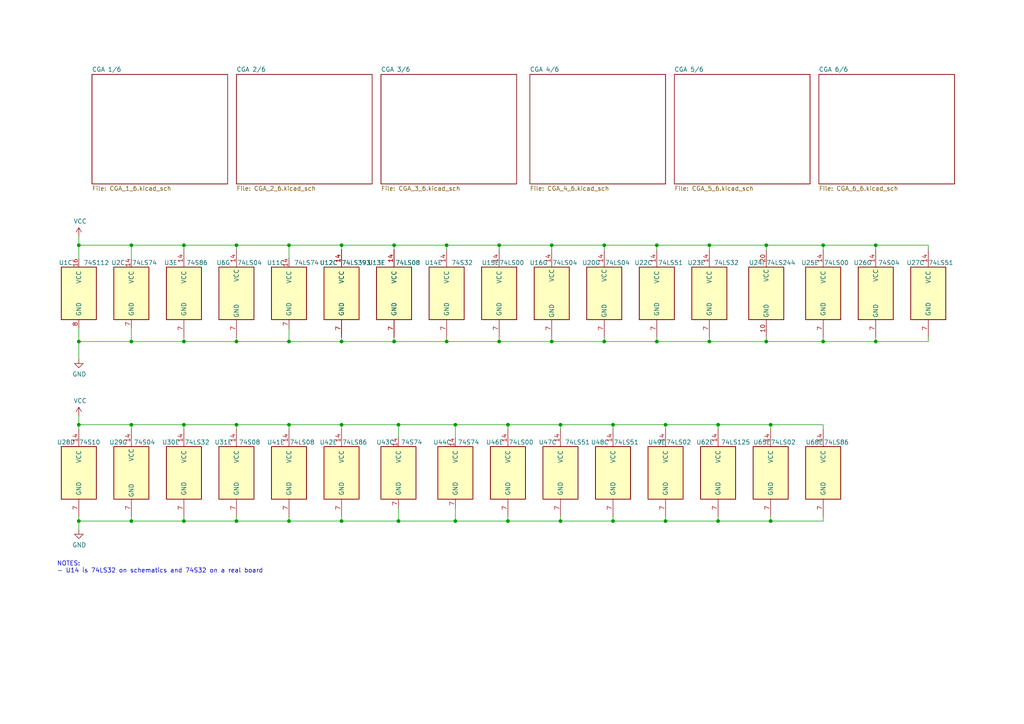
<source format=kicad_sch>
(kicad_sch (version 20230121) (generator eeschema)
  (paper "A4")
  (lib_symbols
    (symbol "74xx:74LS00" (pin_names (offset 1.016))
      (property "Reference" "U" (at 0 1.27 0))
      (property "Value" "74LS00" (at 0 -1.27 0))
      (symbol "74LS00_1_1"
        (pin input line (at -7.62 2.54 0) (length 3.81) (name "~") (number "1"))
        (pin input line (at -7.62 -2.54 0) (length 3.81) (name "~") (number "2"))
        (pin output inverted (at 7.62 0 180) (length 3.81) (name "~") (number "3"))
      )
      (symbol "74LS00_1_2"
        (pin input inverted (at -7.62 2.54 0) (length 4.318) (name "~") (number "1"))
        (pin input inverted (at -7.62 -2.54 0) (length 4.318) (name "~") (number "2"))
        (pin output line (at 7.62 0 180) (length 3.81) (name "~") (number "3"))
      )
      (symbol "74LS00_2_1"
        (pin input line (at -7.62 2.54 0) (length 3.81) (name "~") (number "4"))
        (pin input line (at -7.62 -2.54 0) (length 3.81) (name "~") (number "5"))
        (pin output inverted (at 7.62 0 180) (length 3.81) (name "~") (number "6"))
      )
      (symbol "74LS00_2_2"
        (pin input inverted (at -7.62 2.54 0) (length 4.318) (name "~") (number "4"))
        (pin input inverted (at -7.62 -2.54 0) (length 4.318) (name "~") (number "5"))
        (pin output line (at 7.62 0 180) (length 3.81) (name "~") (number "6"))
      )
      (symbol "74LS00_3_1"
        (pin input line (at -7.62 -2.54 0) (length 3.81) (name "~") (number "10"))
        (pin output inverted (at 7.62 0 180) (length 3.81) (name "~") (number "8"))
        (pin input line (at -7.62 2.54 0) (length 3.81) (name "~") (number "9"))
      )
      (symbol "74LS00_3_2"
        (pin input inverted (at -7.62 -2.54 0) (length 4.318) (name "~") (number "10"))
        (pin output line (at 7.62 0 180) (length 3.81) (name "~") (number "8"))
        (pin input inverted (at -7.62 2.54 0) (length 4.318) (name "~") (number "9"))
      )
      (symbol "74LS00_4_1"
        (pin output inverted (at 7.62 0 180) (length 3.81) (name "~") (number "11"))
        (pin input line (at -7.62 2.54 0) (length 3.81) (name "~") (number "12"))
        (pin input line (at -7.62 -2.54 0) (length 3.81) (name "~") (number "13"))
      )
      (symbol "74LS00_4_2"
        (pin output line (at 7.62 0 180) (length 3.81) (name "~") (number "11"))
        (pin input inverted (at -7.62 2.54 0) (length 4.318) (name "~") (number "12"))
        (pin input inverted (at -7.62 -2.54 0) (length 4.318) (name "~") (number "13"))
      )
      (symbol "74LS00_5_0"
        (pin power_in line (at 0 12.7 270) (length 5.08) (name "VCC") (number "14"))
        (pin power_in line (at 0 -12.7 90) (length 5.08) (name "GND") (number "7"))
      )
    )
    (symbol "74xx:74LS02" (pin_names (offset 1.016))
      (property "Reference" "U" (at 0 1.27 0))
      (property "Value" "74LS02" (at 0 -1.27 0))
      (symbol "74LS02_1_1"
        (pin output inverted (at 7.62 0 180) (length 3.81) (name "~") (number "1"))
        (pin input line (at -7.62 2.54 0) (length 4.318) (name "~") (number "2"))
        (pin input line (at -7.62 -2.54 0) (length 4.318) (name "~") (number "3"))
      )
      (symbol "74LS02_1_2"
        (pin output line (at 7.62 0 180) (length 3.81) (name "~") (number "1"))
        (pin input inverted (at -7.62 2.54 0) (length 3.81) (name "~") (number "2"))
        (pin input inverted (at -7.62 -2.54 0) (length 3.81) (name "~") (number "3"))
      )
      (symbol "74LS02_2_1"
        (pin output inverted (at 7.62 0 180) (length 3.81) (name "~") (number "4"))
        (pin input line (at -7.62 2.54 0) (length 4.318) (name "~") (number "5"))
        (pin input line (at -7.62 -2.54 0) (length 4.318) (name "~") (number "6"))
      )
      (symbol "74LS02_2_2"
        (pin output line (at 7.62 0 180) (length 3.81) (name "~") (number "4"))
        (pin input inverted (at -7.62 2.54 0) (length 3.81) (name "~") (number "5"))
        (pin input inverted (at -7.62 -2.54 0) (length 3.81) (name "~") (number "6"))
      )
      (symbol "74LS02_3_1"
        (pin output inverted (at 7.62 0 180) (length 3.81) (name "~") (number "10"))
        (pin input line (at -7.62 2.54 0) (length 4.318) (name "~") (number "8"))
        (pin input line (at -7.62 -2.54 0) (length 4.318) (name "~") (number "9"))
      )
      (symbol "74LS02_3_2"
        (pin output line (at 7.62 0 180) (length 3.81) (name "~") (number "10"))
        (pin input inverted (at -7.62 2.54 0) (length 3.81) (name "~") (number "8"))
        (pin input inverted (at -7.62 -2.54 0) (length 3.81) (name "~") (number "9"))
      )
      (symbol "74LS02_4_1"
        (pin input line (at -7.62 2.54 0) (length 4.318) (name "~") (number "11"))
        (pin input line (at -7.62 -2.54 0) (length 4.318) (name "~") (number "12"))
        (pin output inverted (at 7.62 0 180) (length 3.81) (name "~") (number "13"))
      )
      (symbol "74LS02_4_2"
        (pin input inverted (at -7.62 2.54 0) (length 3.81) (name "~") (number "11"))
        (pin input inverted (at -7.62 -2.54 0) (length 3.81) (name "~") (number "12"))
        (pin output line (at 7.62 0 180) (length 3.81) (name "~") (number "13"))
      )
      (symbol "74LS02_5_0"
        (pin power_in line (at 0 12.7 270) (length 5.08) (name "VCC") (number "14"))
        (pin power_in line (at 0 -12.7 90) (length 5.08) (name "GND") (number "7"))
      )
    )
    (symbol "74xx:74LS04"
      (property "Reference" "U" (at 0 1.27 0))
      (property "Value" "74LS04" (at 0 -1.27 0))
      (symbol "74LS04_1_0"
        (pin input line (at -7.62 0 0) (length 3.81) (name "~") (number "1"))
        (pin output inverted (at 7.62 0 180) (length 3.81) (name "~") (number "2"))
      )
      (symbol "74LS04_2_0"
        (pin input line (at -7.62 0 0) (length 3.81) (name "~") (number "3"))
        (pin output inverted (at 7.62 0 180) (length 3.81) (name "~") (number "4"))
      )
      (symbol "74LS04_3_0"
        (pin input line (at -7.62 0 0) (length 3.81) (name "~") (number "5"))
        (pin output inverted (at 7.62 0 180) (length 3.81) (name "~") (number "6"))
      )
      (symbol "74LS04_4_0"
        (pin output inverted (at 7.62 0 180) (length 3.81) (name "~") (number "8"))
        (pin input line (at -7.62 0 0) (length 3.81) (name "~") (number "9"))
      )
      (symbol "74LS04_5_0"
        (pin output inverted (at 7.62 0 180) (length 3.81) (name "~") (number "10"))
        (pin input line (at -7.62 0 0) (length 3.81) (name "~") (number "11"))
      )
      (symbol "74LS04_6_0"
        (pin output inverted (at 7.62 0 180) (length 3.81) (name "~") (number "12"))
        (pin input line (at -7.62 0 0) (length 3.81) (name "~") (number "13"))
      )
      (symbol "74LS04_7_0"
        (pin power_in line (at 0 12.7 270) (length 5.08) (name "VCC") (number "14"))
        (pin power_in line (at 0 -12.7 90) (length 5.08) (name "GND") (number "7"))
      )
    )
    (symbol "74xx:74LS08" (pin_names (offset 1.016))
      (property "Reference" "U" (at 0 1.27 0))
      (property "Value" "74LS08" (at 0 -1.27 0))
      (symbol "74LS08_1_1"
        (pin input line (at -7.62 2.54 0) (length 3.81) (name "~") (number "1"))
        (pin input line (at -7.62 -2.54 0) (length 3.81) (name "~") (number "2"))
        (pin output line (at 7.62 0 180) (length 3.81) (name "~") (number "3"))
      )
      (symbol "74LS08_1_2"
        (pin input inverted (at -7.62 2.54 0) (length 4.318) (name "~") (number "1"))
        (pin input inverted (at -7.62 -2.54 0) (length 4.318) (name "~") (number "2"))
        (pin output inverted (at 7.62 0 180) (length 3.81) (name "~") (number "3"))
      )
      (symbol "74LS08_2_1"
        (pin input line (at -7.62 2.54 0) (length 3.81) (name "~") (number "4"))
        (pin input line (at -7.62 -2.54 0) (length 3.81) (name "~") (number "5"))
        (pin output line (at 7.62 0 180) (length 3.81) (name "~") (number "6"))
      )
      (symbol "74LS08_2_2"
        (pin input inverted (at -7.62 2.54 0) (length 4.318) (name "~") (number "4"))
        (pin input inverted (at -7.62 -2.54 0) (length 4.318) (name "~") (number "5"))
        (pin output inverted (at 7.62 0 180) (length 3.81) (name "~") (number "6"))
      )
      (symbol "74LS08_3_1"
        (pin input line (at -7.62 -2.54 0) (length 3.81) (name "~") (number "10"))
        (pin output line (at 7.62 0 180) (length 3.81) (name "~") (number "8"))
        (pin input line (at -7.62 2.54 0) (length 3.81) (name "~") (number "9"))
      )
      (symbol "74LS08_3_2"
        (pin input inverted (at -7.62 -2.54 0) (length 4.318) (name "~") (number "10"))
        (pin output inverted (at 7.62 0 180) (length 3.81) (name "~") (number "8"))
        (pin input inverted (at -7.62 2.54 0) (length 4.318) (name "~") (number "9"))
      )
      (symbol "74LS08_4_1"
        (pin output line (at 7.62 0 180) (length 3.81) (name "~") (number "11"))
        (pin input line (at -7.62 2.54 0) (length 3.81) (name "~") (number "12"))
        (pin input line (at -7.62 -2.54 0) (length 3.81) (name "~") (number "13"))
      )
      (symbol "74LS08_4_2"
        (pin output inverted (at 7.62 0 180) (length 3.81) (name "~") (number "11"))
        (pin input inverted (at -7.62 2.54 0) (length 4.318) (name "~") (number "12"))
        (pin input inverted (at -7.62 -2.54 0) (length 4.318) (name "~") (number "13"))
      )
      (symbol "74LS08_5_0"
        (pin power_in line (at 0 12.7 270) (length 5.08) (name "VCC") (number "14"))
        (pin power_in line (at 0 -12.7 90) (length 5.08) (name "GND") (number "7"))
      )
    )
    (symbol "74xx:74LS10" (pin_names (offset 1.016))
      (property "Reference" "U" (at 0 1.27 0))
      (property "Value" "74LS10" (at 0 -1.27 0))
      (symbol "74LS10_1_1"
        (pin input line (at -7.62 2.54 0) (length 3.81) (name "~") (number "1"))
        (pin output inverted (at 7.62 0 180) (length 3.81) (name "~") (number "12"))
        (pin input line (at -7.62 -2.54 0) (length 3.81) (name "~") (number "13"))
        (pin input line (at -7.62 0 0) (length 3.81) (name "~") (number "2"))
      )
      (symbol "74LS10_1_2"
        (pin input inverted (at -7.62 2.54 0) (length 4.318) (name "~") (number "1"))
        (pin output line (at 7.62 0 180) (length 3.81) (name "~") (number "12"))
        (pin input inverted (at -7.62 -2.54 0) (length 4.318) (name "~") (number "13"))
        (pin input inverted (at -7.62 0 0) (length 4.953) (name "~") (number "2"))
      )
      (symbol "74LS10_2_1"
        (pin input line (at -7.62 2.54 0) (length 3.81) (name "~") (number "3"))
        (pin input line (at -7.62 0 0) (length 3.81) (name "~") (number "4"))
        (pin input line (at -7.62 -2.54 0) (length 3.81) (name "~") (number "5"))
        (pin output inverted (at 7.62 0 180) (length 3.81) (name "~") (number "6"))
      )
      (symbol "74LS10_2_2"
        (pin input inverted (at -7.62 2.54 0) (length 4.318) (name "~") (number "3"))
        (pin input inverted (at -7.62 0 0) (length 4.953) (name "~") (number "4"))
        (pin input inverted (at -7.62 -2.54 0) (length 4.318) (name "~") (number "5"))
        (pin output line (at 7.62 0 180) (length 3.81) (name "~") (number "6"))
      )
      (symbol "74LS10_3_1"
        (pin input line (at -7.62 0 0) (length 3.81) (name "~") (number "10"))
        (pin input line (at -7.62 -2.54 0) (length 3.81) (name "~") (number "11"))
        (pin output inverted (at 7.62 0 180) (length 3.81) (name "~") (number "8"))
        (pin input line (at -7.62 2.54 0) (length 3.81) (name "~") (number "9"))
      )
      (symbol "74LS10_3_2"
        (pin input inverted (at -7.62 0 0) (length 4.953) (name "~") (number "10"))
        (pin input inverted (at -7.62 -2.54 0) (length 4.318) (name "~") (number "11"))
        (pin output line (at 7.62 0 180) (length 3.81) (name "~") (number "8"))
        (pin input inverted (at -7.62 2.54 0) (length 4.318) (name "~") (number "9"))
      )
      (symbol "74LS10_4_0"
        (pin power_in line (at 0 12.7 270) (length 5.08) (name "VCC") (number "14"))
        (pin power_in line (at 0 -12.7 90) (length 5.08) (name "GND") (number "7"))
      )
    )
    (symbol "74xx:74LS112" (pin_names (offset 1.016))
      (property "Reference" "U" (at -7.62 8.89 0))
      (property "Value" "74LS112" (at -7.62 -8.89 0))
      (symbol "74LS112_1_0"
        (pin input clock (at -7.62 0 0) (length 2.54) (name "C") (number "1"))
        (pin input line (at 0 -7.62 90) (length 2.54) (name "~{R}") (number "15"))
        (pin input line (at -7.62 -2.54 0) (length 2.54) (name "K") (number "2"))
        (pin input line (at -7.62 2.54 0) (length 2.54) (name "J") (number "3"))
        (pin input line (at 0 7.62 270) (length 2.54) (name "~{S}") (number "4"))
        (pin output line (at 7.62 2.54 180) (length 2.54) (name "Q") (number "5"))
        (pin output line (at 7.62 -2.54 180) (length 2.54) (name "~{Q}") (number "6"))
      )
      (symbol "74LS112_2_0"
        (pin input line (at 0 7.62 270) (length 2.54) (name "~{S}") (number "10"))
        (pin input line (at -7.62 2.54 0) (length 2.54) (name "J") (number "11"))
        (pin input line (at -7.62 -2.54 0) (length 2.54) (name "K") (number "12"))
        (pin input clock (at -7.62 0 0) (length 2.54) (name "C") (number "13"))
        (pin input line (at 0 -7.62 90) (length 2.54) (name "~{R}") (number "14"))
        (pin output line (at 7.62 -2.54 180) (length 2.54) (name "~{Q}") (number "7"))
        (pin output line (at 7.62 2.54 180) (length 2.54) (name "Q") (number "9"))
      )
      (symbol "74LS112_3_0"
        (pin power_in line (at 0 10.16 270) (length 2.54) (name "VCC") (number "16"))
        (pin power_in line (at 0 -10.16 90) (length 2.54) (name "GND") (number "8"))
      )
    )
    (symbol "74xx:74LS125" (pin_names (offset 1.016))
      (property "Reference" "U" (at 0 1.27 0))
      (property "Value" "74LS125" (at 0 -1.27 0))
      (symbol "74LS125_1_0"
        (pin input inverted (at 0 -6.35 90) (length 4.445) (name "~") (number "1"))
        (pin input line (at -7.62 0 0) (length 3.81) (name "~") (number "2"))
        (pin tri_state line (at 7.62 0 180) (length 3.81) (name "~") (number "3"))
      )
      (symbol "74LS125_2_0"
        (pin input inverted (at 0 -6.35 90) (length 4.445) (name "~") (number "4"))
        (pin input line (at -7.62 0 0) (length 3.81) (name "~") (number "5"))
        (pin tri_state line (at 7.62 0 180) (length 3.81) (name "~") (number "6"))
      )
      (symbol "74LS125_3_0"
        (pin input inverted (at 0 -6.35 90) (length 4.445) (name "~") (number "10"))
        (pin tri_state line (at 7.62 0 180) (length 3.81) (name "~") (number "8"))
        (pin input line (at -7.62 0 0) (length 3.81) (name "~") (number "9"))
      )
      (symbol "74LS125_4_0"
        (pin tri_state line (at 7.62 0 180) (length 3.81) (name "~") (number "11"))
        (pin input line (at -7.62 0 0) (length 3.81) (name "~") (number "12"))
        (pin input inverted (at 0 -6.35 90) (length 4.445) (name "~") (number "13"))
      )
      (symbol "74LS125_5_0"
        (pin power_in line (at 0 12.7 270) (length 5.08) (name "VCC") (number "14"))
        (pin power_in line (at 0 -12.7 90) (length 5.08) (name "GND") (number "7"))
      )
    )
    (symbol "74xx:74LS244_Split"
      (property "Reference" "U" (at 0 1.27 0))
      (property "Value" "74LS244_Split" (at 0 -1.27 0))
      (symbol "74LS244_Split_1_0"
        (pin input inverted (at 0 -6.35 90) (length 4.445) (name "~") (number "1"))
        (pin tri_state line (at 7.62 0 180) (length 3.81) (name "~") (number "18"))
        (pin input line (at -7.62 0 0) (length 3.81) (name "~") (number "2"))
      )
      (symbol "74LS244_Split_2_0"
        (pin tri_state line (at 7.62 0 180) (length 3.81) (name "~") (number "16"))
        (pin input line (at -7.62 0 0) (length 3.81) (name "~") (number "4"))
      )
      (symbol "74LS244_Split_3_0"
        (pin tri_state line (at 7.62 0 180) (length 3.81) (name "~") (number "14"))
        (pin input line (at -7.62 0 0) (length 3.81) (name "~") (number "6"))
      )
      (symbol "74LS244_Split_4_0"
        (pin tri_state line (at 7.62 0 180) (length 3.81) (name "~") (number "12"))
        (pin input line (at -7.62 0 0) (length 3.81) (name "~") (number "8"))
      )
      (symbol "74LS244_Split_5_0"
        (pin input line (at -7.62 0 0) (length 3.81) (name "~") (number "11"))
        (pin input inverted (at 0 -6.35 90) (length 4.445) (name "~") (number "19"))
        (pin tri_state line (at 7.62 0 180) (length 3.81) (name "~") (number "9"))
      )
      (symbol "74LS244_Split_6_0"
        (pin input line (at -7.62 0 0) (length 3.81) (name "~") (number "13"))
        (pin tri_state line (at 7.62 0 180) (length 3.81) (name "~") (number "7"))
      )
      (symbol "74LS244_Split_7_0"
        (pin input line (at -7.62 0 0) (length 3.81) (name "~") (number "15"))
        (pin tri_state line (at 7.62 0 180) (length 3.81) (name "~") (number "5"))
      )
      (symbol "74LS244_Split_8_0"
        (pin input line (at -7.62 0 0) (length 3.81) (name "~") (number "17"))
        (pin tri_state line (at 7.62 0 180) (length 3.81) (name "~") (number "3"))
      )
      (symbol "74LS244_Split_9_0"
        (pin power_in line (at 0 -12.7 90) (length 5.08) (name "GND") (number "10"))
        (pin power_in line (at 0 12.7 270) (length 5.08) (name "VCC") (number "20"))
      )
    )
    (symbol "74xx:74LS32" (pin_names (offset 1.016))
      (property "Reference" "U" (at 0 1.27 0))
      (property "Value" "74LS32" (at 0 -1.27 0))
      (symbol "74LS32_1_1"
        (pin input line (at -7.62 2.54 0) (length 4.318) (name "~") (number "1"))
        (pin input line (at -7.62 -2.54 0) (length 4.318) (name "~") (number "2"))
        (pin output line (at 7.62 0 180) (length 3.81) (name "~") (number "3"))
      )
      (symbol "74LS32_1_2"
        (pin input inverted (at -7.62 2.54 0) (length 3.81) (name "~") (number "1"))
        (pin input inverted (at -7.62 -2.54 0) (length 3.81) (name "~") (number "2"))
        (pin output inverted (at 7.62 0 180) (length 3.81) (name "~") (number "3"))
      )
      (symbol "74LS32_2_1"
        (pin input line (at -7.62 2.54 0) (length 4.318) (name "~") (number "4"))
        (pin input line (at -7.62 -2.54 0) (length 4.318) (name "~") (number "5"))
        (pin output line (at 7.62 0 180) (length 3.81) (name "~") (number "6"))
      )
      (symbol "74LS32_2_2"
        (pin input inverted (at -7.62 2.54 0) (length 3.81) (name "~") (number "4"))
        (pin input inverted (at -7.62 -2.54 0) (length 3.81) (name "~") (number "5"))
        (pin output inverted (at 7.62 0 180) (length 3.81) (name "~") (number "6"))
      )
      (symbol "74LS32_3_1"
        (pin input line (at -7.62 -2.54 0) (length 4.318) (name "~") (number "10"))
        (pin output line (at 7.62 0 180) (length 3.81) (name "~") (number "8"))
        (pin input line (at -7.62 2.54 0) (length 4.318) (name "~") (number "9"))
      )
      (symbol "74LS32_3_2"
        (pin input inverted (at -7.62 -2.54 0) (length 3.81) (name "~") (number "10"))
        (pin output inverted (at 7.62 0 180) (length 3.81) (name "~") (number "8"))
        (pin input inverted (at -7.62 2.54 0) (length 3.81) (name "~") (number "9"))
      )
      (symbol "74LS32_4_1"
        (pin output line (at 7.62 0 180) (length 3.81) (name "~") (number "11"))
        (pin input line (at -7.62 2.54 0) (length 4.318) (name "~") (number "12"))
        (pin input line (at -7.62 -2.54 0) (length 4.318) (name "~") (number "13"))
      )
      (symbol "74LS32_4_2"
        (pin output inverted (at 7.62 0 180) (length 3.81) (name "~") (number "11"))
        (pin input inverted (at -7.62 2.54 0) (length 3.81) (name "~") (number "12"))
        (pin input inverted (at -7.62 -2.54 0) (length 3.81) (name "~") (number "13"))
      )
      (symbol "74LS32_5_0"
        (pin power_in line (at 0 12.7 270) (length 5.08) (name "VCC") (number "14"))
        (pin power_in line (at 0 -12.7 90) (length 5.08) (name "GND") (number "7"))
      )
    )
    (symbol "74xx:74LS393" (pin_names (offset 1.016))
      (property "Reference" "U" (at -7.62 8.89 0))
      (property "Value" "74LS393" (at -7.62 -8.89 0))
      (symbol "74LS393_1_0"
        (pin input clock (at -12.7 2.54 0) (length 5.08) (name "CP") (number "1"))
        (pin input line (at -12.7 -5.08 0) (length 5.08) (name "MR") (number "2"))
        (pin output line (at 12.7 2.54 180) (length 5.08) (name "Q0") (number "3"))
        (pin output line (at 12.7 0 180) (length 5.08) (name "Q1") (number "4"))
        (pin output line (at 12.7 -2.54 180) (length 5.08) (name "Q2") (number "5"))
        (pin output line (at 12.7 -5.08 180) (length 5.08) (name "Q3") (number "6"))
      )
      (symbol "74LS393_2_0"
        (pin output line (at 12.7 0 180) (length 5.08) (name "Q1") (number "10"))
        (pin output line (at 12.7 2.54 180) (length 5.08) (name "Q0") (number "11"))
        (pin input line (at -12.7 -5.08 0) (length 5.08) (name "MR") (number "12"))
        (pin input clock (at -12.7 2.54 0) (length 5.08) (name "CP") (number "13"))
        (pin output line (at 12.7 -5.08 180) (length 5.08) (name "Q3") (number "8"))
        (pin output line (at 12.7 -2.54 180) (length 5.08) (name "Q2") (number "9"))
      )
      (symbol "74LS393_3_0"
        (pin power_in line (at 0 12.7 270) (length 5.08) (name "VCC") (number "14"))
        (pin power_in line (at 0 -12.7 90) (length 5.08) (name "GND") (number "7"))
      )
    )
    (symbol "74xx:74LS51" (pin_names (offset 1.016))
      (property "Reference" "U" (at -7.62 10.16 0))
      (property "Value" "74LS51" (at -7.62 -10.16 0))
      (symbol "74LS51_1_0"
        (pin input line (at -12.7 7.62 0) (length 5.08) (name "~") (number "1"))
        (pin input line (at -12.7 -5.08 0) (length 5.08) (name "~") (number "10"))
        (pin input line (at -12.7 -7.62 0) (length 5.08) (name "~") (number "11"))
        (pin input line (at -12.7 5.08 0) (length 5.08) (name "~") (number "12"))
        (pin input line (at -12.7 2.54 0) (length 5.08) (name "~") (number "13"))
        (pin output line (at 12.7 0 180) (length 5.08) (name "~") (number "8"))
        (pin input line (at -12.7 -2.54 0) (length 5.08) (name "~") (number "9"))
      )
      (symbol "74LS51_2_0"
        (pin input line (at -12.7 7.62 0) (length 5.08) (name "~") (number "2"))
        (pin input line (at -12.7 2.54 0) (length 5.08) (name "~") (number "3"))
        (pin input line (at -12.7 -2.54 0) (length 5.08) (name "~") (number "4"))
        (pin input line (at -12.7 -7.62 0) (length 5.08) (name "~") (number "5"))
        (pin output line (at 12.7 0 180) (length 5.08) (name "~") (number "6"))
      )
      (symbol "74LS51_3_0"
        (pin power_in line (at 0 12.7 270) (length 5.08) (name "VCC") (number "14"))
        (pin power_in line (at 0 -12.7 90) (length 5.08) (name "GND") (number "7"))
      )
    )
    (symbol "74xx:74LS74" (pin_names (offset 1.016))
      (property "Reference" "U" (at -7.62 8.89 0))
      (property "Value" "74LS74" (at -7.62 -8.89 0))
      (symbol "74LS74_1_0"
        (pin input line (at 0 -7.62 90) (length 2.54) (name "~{R}") (number "1"))
        (pin input line (at -7.62 2.54 0) (length 2.54) (name "D") (number "2"))
        (pin input clock (at -7.62 0 0) (length 2.54) (name "C") (number "3"))
        (pin input line (at 0 7.62 270) (length 2.54) (name "~{S}") (number "4"))
        (pin output line (at 7.62 2.54 180) (length 2.54) (name "Q") (number "5"))
        (pin output line (at 7.62 -2.54 180) (length 2.54) (name "~{Q}") (number "6"))
      )
      (symbol "74LS74_2_0"
        (pin input line (at 0 7.62 270) (length 2.54) (name "~{S}") (number "10"))
        (pin input clock (at -7.62 0 0) (length 2.54) (name "C") (number "11"))
        (pin input line (at -7.62 2.54 0) (length 2.54) (name "D") (number "12"))
        (pin input line (at 0 -7.62 90) (length 2.54) (name "~{R}") (number "13"))
        (pin output line (at 7.62 -2.54 180) (length 2.54) (name "~{Q}") (number "8"))
        (pin output line (at 7.62 2.54 180) (length 2.54) (name "Q") (number "9"))
      )
      (symbol "74LS74_3_0"
        (pin power_in line (at 0 10.16 270) (length 2.54) (name "VCC") (number "14"))
        (pin power_in line (at 0 -10.16 90) (length 2.54) (name "GND") (number "7"))
      )
    )
    (symbol "74xx:74LS86" (pin_names (offset 1.016))
      (property "Reference" "U" (at 0 1.27 0))
      (property "Value" "74LS86" (at 0 -1.27 0))
      (symbol "74LS86_1_0"
        (pin input line (at -7.62 2.54 0) (length 4.445) (name "~") (number "1"))
        (pin input line (at -7.62 -2.54 0) (length 4.445) (name "~") (number "2"))
        (pin output line (at 7.62 0 180) (length 3.81) (name "~") (number "3"))
      )
      (symbol "74LS86_2_0"
        (pin input line (at -7.62 2.54 0) (length 4.445) (name "~") (number "4"))
        (pin input line (at -7.62 -2.54 0) (length 4.445) (name "~") (number "5"))
        (pin output line (at 7.62 0 180) (length 3.81) (name "~") (number "6"))
      )
      (symbol "74LS86_3_0"
        (pin input line (at -7.62 -2.54 0) (length 4.445) (name "~") (number "10"))
        (pin output line (at 7.62 0 180) (length 3.81) (name "~") (number "8"))
        (pin input line (at -7.62 2.54 0) (length 4.445) (name "~") (number "9"))
      )
      (symbol "74LS86_4_0"
        (pin output line (at 7.62 0 180) (length 3.81) (name "~") (number "11"))
        (pin input line (at -7.62 2.54 0) (length 4.445) (name "~") (number "12"))
        (pin input line (at -7.62 -2.54 0) (length 4.445) (name "~") (number "13"))
      )
      (symbol "74LS86_5_0"
        (pin power_in line (at 0 12.7 270) (length 5.08) (name "VCC") (number "14"))
        (pin power_in line (at 0 -12.7 90) (length 5.08) (name "GND") (number "7"))
      )
    )
    (symbol "power:GND" (power) (pin_names (offset 0))
      (property "Value" "GND" (at 0 -3.81 0))
      (symbol "GND_1_1"
        (pin power_in line (at 0 0 270) (length 0) hide (name "GND") (number "1"))
      )
    )
    (symbol "power:VCC" (power) (pin_names (offset 0))
      (property "Value" "VCC" (at 0 3.81 0))
      (symbol "VCC_1_1"
        (pin power_in line (at 0 0 90) (length 0) hide (name "VCC") (number "1"))
      )
    )
  )
  (junction (at 162.56 123.19))
  (junction (at 115.57 151.13))
  (junction (at 68.58 71.12))
  (junction (at 99.06 151.13))
  (junction (at 190.5 71.12))
  (junction (at 223.52 123.19))
  (junction (at 205.74 71.12))
  (junction (at 53.34 123.19))
  (junction (at 162.56 151.13))
  (junction (at 38.1 123.19))
  (junction (at 238.76 99.06))
  (junction (at 53.34 99.06))
  (junction (at 99.06 71.12))
  (junction (at 175.26 71.12))
  (junction (at 175.26 99.06))
  (junction (at 177.8 151.13))
  (junction (at 38.1 71.12))
  (junction (at 38.1 99.06))
  (junction (at 114.3 99.06))
  (junction (at 83.82 151.13))
  (junction (at 22.86 99.06))
  (junction (at 83.82 123.19))
  (junction (at 144.78 99.06))
  (junction (at 22.86 123.19))
  (junction (at 254 99.06))
  (junction (at 193.04 151.13))
  (junction (at 177.8 123.19))
  (junction (at 114.3 71.12))
  (junction (at 254 71.12))
  (junction (at 208.28 151.13))
  (junction (at 68.58 151.13))
  (junction (at 83.82 71.12))
  (junction (at 83.82 99.06))
  (junction (at 147.32 123.19))
  (junction (at 99.06 123.19))
  (junction (at 193.04 123.19))
  (junction (at 144.78 71.12))
  (junction (at 38.1 151.13))
  (junction (at 147.32 151.13))
  (junction (at 129.54 99.06))
  (junction (at 160.02 99.06))
  (junction (at 68.58 123.19))
  (junction (at 160.02 71.12))
  (junction (at 132.08 151.13))
  (junction (at 205.74 99.06))
  (junction (at 132.08 123.19))
  (junction (at 22.86 71.12))
  (junction (at 190.5 99.06))
  (junction (at 99.06 99.06))
  (junction (at 22.86 151.13))
  (junction (at 68.58 99.06))
  (junction (at 115.57 123.19))
  (junction (at 222.25 71.12))
  (junction (at 53.34 71.12))
  (junction (at 223.52 151.13))
  (junction (at 222.25 99.06))
  (junction (at 208.28 123.19))
  (junction (at 238.76 71.12))
  (junction (at 129.54 71.12))
  (junction (at 53.34 151.13))
  (wire (pts (xy 99.06 97.79) (xy 99.06 99.06)))
  (wire (pts (xy 208.28 123.19) (xy 208.28 124.46)))
  (wire (pts (xy 68.58 97.79) (xy 68.58 99.06)))
  (wire (pts (xy 205.74 97.79) (xy 205.74 99.06)))
  (wire (pts (xy 144.78 71.12) (xy 160.02 71.12)))
  (wire (pts (xy 162.56 149.86) (xy 162.56 151.13)))
  (wire (pts (xy 83.82 95.25) (xy 83.82 99.06)))
  (wire (pts (xy 177.8 123.19) (xy 177.8 124.46)))
  (wire (pts (xy 22.86 95.25) (xy 22.86 99.06)))
  (wire (pts (xy 68.58 99.06) (xy 83.82 99.06)))
  (wire (pts (xy 83.82 71.12) (xy 99.06 71.12)))
  (wire (pts (xy 38.1 123.19) (xy 53.34 123.19)))
  (wire (pts (xy 22.86 151.13) (xy 38.1 151.13)))
  (wire (pts (xy 147.32 123.19) (xy 147.32 124.46)))
  (wire (pts (xy 129.54 71.12) (xy 129.54 72.39)))
  (wire (pts (xy 177.8 123.19) (xy 193.04 123.19)))
  (wire (pts (xy 175.26 99.06) (xy 190.5 99.06)))
  (wire (pts (xy 238.76 97.79) (xy 238.76 99.06)))
  (wire (pts (xy 68.58 149.86) (xy 68.58 151.13)))
  (wire (pts (xy 99.06 99.06) (xy 114.3 99.06)))
  (wire (pts (xy 175.26 71.12) (xy 190.5 71.12)))
  (wire (pts (xy 222.25 71.12) (xy 238.76 71.12)))
  (wire (pts (xy 53.34 71.12) (xy 53.34 72.39)))
  (wire (pts (xy 190.5 97.79) (xy 190.5 99.06)))
  (wire (pts (xy 53.34 123.19) (xy 68.58 123.19)))
  (wire (pts (xy 144.78 97.79) (xy 144.78 99.06)))
  (wire (pts (xy 269.24 71.12) (xy 269.24 72.39)))
  (wire (pts (xy 162.56 151.13) (xy 177.8 151.13)))
  (wire (pts (xy 83.82 149.86) (xy 83.82 151.13)))
  (wire (pts (xy 222.25 71.12) (xy 222.25 72.39)))
  (wire (pts (xy 22.86 71.12) (xy 38.1 71.12)))
  (wire (pts (xy 115.57 147.32) (xy 115.57 151.13)))
  (wire (pts (xy 147.32 151.13) (xy 162.56 151.13)))
  (wire (pts (xy 83.82 123.19) (xy 99.06 123.19)))
  (wire (pts (xy 99.06 123.19) (xy 115.57 123.19)))
  (wire (pts (xy 99.06 149.86) (xy 99.06 151.13)))
  (wire (pts (xy 160.02 99.06) (xy 175.26 99.06)))
  (wire (pts (xy 99.06 151.13) (xy 115.57 151.13)))
  (wire (pts (xy 162.56 123.19) (xy 162.56 124.46)))
  (wire (pts (xy 132.08 147.32) (xy 132.08 151.13)))
  (wire (pts (xy 254 71.12) (xy 269.24 71.12)))
  (wire (pts (xy 99.06 123.19) (xy 99.06 124.46)))
  (wire (pts (xy 175.26 97.79) (xy 175.26 99.06)))
  (wire (pts (xy 22.86 71.12) (xy 22.86 74.93)))
  (wire (pts (xy 68.58 71.12) (xy 68.58 72.39)))
  (wire (pts (xy 254 99.06) (xy 269.24 99.06)))
  (wire (pts (xy 68.58 123.19) (xy 83.82 123.19)))
  (wire (pts (xy 208.28 123.19) (xy 223.52 123.19)))
  (wire (pts (xy 222.25 97.79) (xy 222.25 99.06)))
  (wire (pts (xy 22.86 123.19) (xy 22.86 124.46)))
  (wire (pts (xy 22.86 99.06) (xy 38.1 99.06)))
  (wire (pts (xy 22.86 99.06) (xy 22.86 104.14)))
  (wire (pts (xy 208.28 151.13) (xy 223.52 151.13)))
  (wire (pts (xy 144.78 99.06) (xy 160.02 99.06)))
  (wire (pts (xy 22.86 151.13) (xy 22.86 153.67)))
  (wire (pts (xy 223.52 151.13) (xy 238.76 151.13)))
  (wire (pts (xy 177.8 151.13) (xy 193.04 151.13)))
  (wire (pts (xy 38.1 151.13) (xy 53.34 151.13)))
  (wire (pts (xy 160.02 97.79) (xy 160.02 99.06)))
  (wire (pts (xy 83.82 123.19) (xy 83.82 124.46)))
  (wire (pts (xy 238.76 71.12) (xy 254 71.12)))
  (wire (pts (xy 190.5 71.12) (xy 205.74 71.12)))
  (wire (pts (xy 53.34 149.86) (xy 53.34 151.13)))
  (wire (pts (xy 193.04 123.19) (xy 193.04 124.46)))
  (wire (pts (xy 193.04 149.86) (xy 193.04 151.13)))
  (wire (pts (xy 238.76 99.06) (xy 254 99.06)))
  (wire (pts (xy 160.02 71.12) (xy 175.26 71.12)))
  (wire (pts (xy 190.5 99.06) (xy 205.74 99.06)))
  (wire (pts (xy 132.08 123.19) (xy 132.08 127)))
  (wire (pts (xy 238.76 123.19) (xy 238.76 124.46)))
  (wire (pts (xy 22.86 71.12) (xy 22.86 68.58)))
  (wire (pts (xy 68.58 123.19) (xy 68.58 124.46)))
  (wire (pts (xy 22.86 123.19) (xy 38.1 123.19)))
  (wire (pts (xy 205.74 71.12) (xy 222.25 71.12)))
  (wire (pts (xy 53.34 123.19) (xy 53.34 124.46)))
  (wire (pts (xy 238.76 71.12) (xy 238.76 72.39)))
  (wire (pts (xy 269.24 97.79) (xy 269.24 99.06)))
  (wire (pts (xy 144.78 71.12) (xy 144.78 72.39)))
  (wire (pts (xy 223.52 149.86) (xy 223.52 151.13)))
  (wire (pts (xy 114.3 97.79) (xy 114.3 99.06)))
  (wire (pts (xy 132.08 151.13) (xy 147.32 151.13)))
  (wire (pts (xy 254 71.12) (xy 254 72.39)))
  (wire (pts (xy 22.86 123.19) (xy 22.86 120.65)))
  (wire (pts (xy 223.52 123.19) (xy 238.76 123.19)))
  (wire (pts (xy 208.28 149.86) (xy 208.28 151.13)))
  (wire (pts (xy 114.3 99.06) (xy 129.54 99.06)))
  (wire (pts (xy 129.54 97.79) (xy 129.54 99.06)))
  (wire (pts (xy 53.34 97.79) (xy 53.34 99.06)))
  (wire (pts (xy 114.3 71.12) (xy 129.54 71.12)))
  (wire (pts (xy 223.52 123.19) (xy 223.52 124.46)))
  (wire (pts (xy 83.82 99.06) (xy 99.06 99.06)))
  (wire (pts (xy 222.25 99.06) (xy 238.76 99.06)))
  (wire (pts (xy 175.26 71.12) (xy 175.26 72.39)))
  (wire (pts (xy 205.74 71.12) (xy 205.74 72.39)))
  (wire (pts (xy 115.57 123.19) (xy 132.08 123.19)))
  (wire (pts (xy 38.1 123.19) (xy 38.1 124.46)))
  (wire (pts (xy 99.06 71.12) (xy 114.3 71.12)))
  (wire (pts (xy 38.1 99.06) (xy 53.34 99.06)))
  (wire (pts (xy 53.34 151.13) (xy 68.58 151.13)))
  (wire (pts (xy 68.58 71.12) (xy 83.82 71.12)))
  (wire (pts (xy 129.54 71.12) (xy 144.78 71.12)))
  (wire (pts (xy 83.82 71.12) (xy 83.82 74.93)))
  (wire (pts (xy 254 97.79) (xy 254 99.06)))
  (wire (pts (xy 147.32 123.19) (xy 162.56 123.19)))
  (wire (pts (xy 99.06 71.12) (xy 99.06 72.39)))
  (wire (pts (xy 160.02 71.12) (xy 160.02 72.39)))
  (wire (pts (xy 38.1 149.86) (xy 38.1 151.13)))
  (wire (pts (xy 193.04 151.13) (xy 208.28 151.13)))
  (wire (pts (xy 38.1 71.12) (xy 38.1 74.93)))
  (wire (pts (xy 53.34 99.06) (xy 68.58 99.06)))
  (wire (pts (xy 162.56 123.19) (xy 177.8 123.19)))
  (wire (pts (xy 114.3 71.12) (xy 114.3 72.39)))
  (wire (pts (xy 22.86 149.86) (xy 22.86 151.13)))
  (wire (pts (xy 83.82 151.13) (xy 99.06 151.13)))
  (wire (pts (xy 190.5 71.12) (xy 190.5 72.39)))
  (wire (pts (xy 38.1 95.25) (xy 38.1 99.06)))
  (wire (pts (xy 193.04 123.19) (xy 208.28 123.19)))
  (wire (pts (xy 53.34 71.12) (xy 68.58 71.12)))
  (wire (pts (xy 115.57 151.13) (xy 132.08 151.13)))
  (wire (pts (xy 129.54 99.06) (xy 144.78 99.06)))
  (wire (pts (xy 68.58 151.13) (xy 83.82 151.13)))
  (wire (pts (xy 238.76 149.86) (xy 238.76 151.13)))
  (wire (pts (xy 205.74 99.06) (xy 222.25 99.06)))
  (wire (pts (xy 115.57 123.19) (xy 115.57 127)))
  (wire (pts (xy 38.1 71.12) (xy 53.34 71.12)))
  (wire (pts (xy 147.32 149.86) (xy 147.32 151.13)))
  (wire (pts (xy 177.8 149.86) (xy 177.8 151.13)))
  (wire (pts (xy 132.08 123.19) (xy 147.32 123.19)))
  (text "NOTES:\n- U14 is 74LS32 on schematics and 74S32 on a real board" (at 16.51 166.37 0) (effects (font (size 1.27 1.27)) (justify left bottom)))
  (symbol (lib_id "74xx:74LS51") (at 177.8 137.16 0) (unit 3)
    (property "Reference" "U48" (at 173.99 128.27 0))
    (property "Value" "74LS51" (at 181.61 128.27 0))
    (property "Footprint" "Package_DIP:DIP-14_W7.62mm_LongPads" (effects hide))
    (property "Datasheet" "http://www.ti.com/lit/ds/symlink/sn74ls51.pdf" (effects hide))
  )
  (symbol (lib_id "74xx:74LS02") (at 193.04 137.16 0) (unit 5)
    (property "Reference" "U49" (at 190.5 128.27 0))
    (property "Value" "74LS02" (at 196.85 128.27 0))
    (property "Datasheet" "http://www.ti.com/lit/gpn/sn74ls02" (effects hide))
  )
  (symbol (lib_id "74xx:74LS125") (at 208.28 137.16 0) (unit 5)
    (property "Reference" "U62" (at 204.47 128.27 0))
    (property "Value" "74LS125" (at 213.36 128.27 0))
    (property "Footprint" "Package_DIP:DIP-14_W7.62mm_LongPads" (effects hide))
    (property "Datasheet" "http://www.ti.com/lit/gpn/sn74LS125" (effects hide))
  )
  (symbol (lib_id "74xx:74LS244_Split") (at 222.25 85.09 0) (unit 9)
    (property "Reference" "U24" (at 217.17 76.2 0) (effects (justify left)))
    (property "Value" "74LS244" (at 222.25 76.2 0) (effects (justify left)))
    (property "Footprint" "Package_DIP:DIP-20_W7.62mm_LongPads" (effects hide))
    (property "Datasheet" "http://www.ti.com/lit/ds/symlink/sn74ls241.pdf" (effects hide))
  )
  (symbol (lib_id "74xx:74LS08") (at 114.3 85.09 0) (unit 5)
    (property "Reference" "U13" (at 111.76 76.2 0) (effects (justify right)))
    (property "Value" "74LS08" (at 121.92 76.2 0) (effects (justify right)))
    (property "Footprint" "Package_DIP:DIP-14_W7.62mm_LongPads" (effects hide))
    (property "Datasheet" "http://www.ti.com/lit/gpn/sn74LS08" (effects hide))
  )
  (symbol (lib_id "74xx:74LS10") (at 22.86 137.16 0) (unit 4)
    (property "Reference" "U28" (at 16.51 128.27 0) (effects (justify left)))
    (property "Value" "74S10" (at 22.86 128.27 0) (effects (justify left)))
    (property "Footprint" "Package_DIP:DIP-14_W7.62mm_LongPads" (effects hide))
    (property "Datasheet" "http://www.ti.com/lit/gpn/sn74LS10" (effects hide))
  )
  (symbol (lib_id "74xx:74LS32") (at 129.54 85.09 0) (unit 5)
    (property "Reference" "U14" (at 128.27 76.2 0) (effects (justify right)))
    (property "Value" "74S32" (at 137.16 76.2 0) (effects (justify right)))
    (property "Footprint" "Package_DIP:DIP-14_W7.62mm_LongPads" (effects hide))
    (property "Datasheet" "http://www.ti.com/lit/gpn/sn74LS32" (effects hide))
  )
  (symbol (lib_id "74xx:74LS86") (at 238.76 137.16 0) (unit 5)
    (property "Reference" "U68" (at 236.22 128.27 0))
    (property "Value" "74LS86" (at 242.57 128.27 0))
    (property "Footprint" "Package_DIP:DIP-14_W7.62mm_LongPads" (effects hide))
    (property "Datasheet" "74xx/74ls86.pdf" (effects hide))
  )
  (symbol (lib_id "74xx:74LS08") (at 68.58 137.16 0) (unit 5)
    (property "Reference" "U31" (at 64.77 128.27 0))
    (property "Value" "74S08" (at 72.39 128.27 0))
    (property "Footprint" "Package_DIP:DIP-14_W7.62mm_LongPads" (effects hide))
    (property "Datasheet" "http://www.ti.com/lit/gpn/sn74LS08" (effects hide))
  )
  (symbol (lib_id "74xx:74LS04") (at 68.58 85.09 0) (unit 7)
    (property "Reference" "U6" (at 64.77 76.2 0))
    (property "Value" "74LS04" (at 72.39 76.2 0))
    (property "Footprint" "Package_DIP:DIP-14_W7.62mm_LongPads" (effects hide))
    (property "Datasheet" "http://www.ti.com/lit/gpn/sn74LS04" (effects hide))
  )
  (symbol (lib_id "74xx:74LS86") (at 99.06 137.16 0) (mirror y) (unit 5)
    (property "Reference" "U42" (at 95.25 128.27 0))
    (property "Value" "74LS86" (at 102.87 128.27 0))
    (property "Footprint" "Package_DIP:DIP-14_W7.62mm_LongPads" (effects hide))
    (property "Datasheet" "74xx/74ls86.pdf" (effects hide))
  )
  (symbol (lib_id "74xx:74LS86") (at 53.34 85.09 0) (unit 5)
    (property "Reference" "U3" (at 49.53 76.2 0))
    (property "Value" "74S86" (at 57.15 76.2 0))
    (property "Footprint" "Package_DIP:DIP-14_W7.62mm_LongPads" (effects hide))
    (property "Datasheet" "74xx/74ls86.pdf" (effects hide))
  )
  (symbol (lib_id "74xx:74LS32") (at 53.34 137.16 0) (unit 5)
    (property "Reference" "U30" (at 49.53 128.27 0))
    (property "Value" "74LS32" (at 57.15 128.27 0))
    (property "Footprint" "Package_DIP:DIP-14_W7.62mm_LongPads" (effects hide))
    (property "Datasheet" "http://www.ti.com/lit/gpn/sn74LS32" (effects hide))
  )
  (symbol (lib_id "74xx:74LS112") (at 22.86 85.09 0) (unit 3)
    (property "Reference" "U1" (at 19.05 76.2 0))
    (property "Value" "74S112" (at 27.94 76.2 0))
    (property "Footprint" "Package_DIP:DIP-16_W7.62mm_LongPads" (effects hide))
    (property "Datasheet" "http://www.ti.com/lit/gpn/sn74LS112" (effects hide))
  )
  (symbol (lib_id "74xx:74LS393") (at 99.06 85.09 0) (unit 3)
    (property "Reference" "U12" (at 92.71 76.2 0) (effects (justify left)))
    (property "Value" "74LS393" (at 99.06 76.2 0) (effects (justify left)))
    (property "Footprint" "Package_DIP:DIP-14_W7.62mm_LongPads" (effects hide))
    (property "Datasheet" "74xx\\74LS393.pdf" (effects hide))
  )
  (symbol (lib_id "74xx:74LS74") (at 83.82 85.09 0) (unit 3)
    (property "Reference" "U11" (at 80.01 76.2 0))
    (property "Value" "74LS74" (at 88.9 76.2 0))
    (property "Footprint" "Package_DIP:DIP-14_W7.62mm_LongPads" (effects hide))
    (property "Datasheet" "74xx/74hc_hct74.pdf" (effects hide))
  )
  (symbol (lib_id "74xx:74LS00") (at 144.78 85.09 0) (unit 5)
    (property "Reference" "U15" (at 139.7 76.2 0) (effects (justify left)))
    (property "Value" "74LS00" (at 144.78 76.2 0) (effects (justify left)))
    (property "Footprint" "Package_DIP:DIP-14_W7.62mm_LongPads" (effects hide))
    (property "Datasheet" "http://www.ti.com/lit/gpn/sn74ls00" (effects hide))
  )
  (symbol (lib_id "74xx:74LS04") (at 160.02 85.09 0) (unit 7)
    (property "Reference" "U16" (at 156.21 76.2 0))
    (property "Value" "74LS04" (at 163.83 76.2 0))
    (property "Footprint" "Package_DIP:DIP-14_W7.62mm_LongPads" (effects hide))
    (property "Datasheet" "http://www.ti.com/lit/gpn/sn74LS04" (effects hide))
  )
  (symbol (lib_id "74xx:74LS02") (at 223.52 137.16 0) (unit 5)
    (property "Reference" "U65" (at 218.44 128.27 0) (effects (justify left)))
    (property "Value" "74LS02" (at 223.52 128.27 0) (effects (justify left)))
    (property "Footprint" "Package_DIP:DIP-14_W7.62mm_LongPads" (effects hide))
    (property "Datasheet" "http://www.ti.com/lit/gpn/sn74ls02" (effects hide))
  )
  (symbol (lib_id "74xx:74LS08") (at 83.82 137.16 0) (unit 5)
    (property "Reference" "U41" (at 80.01 128.27 0))
    (property "Value" "74LS08" (at 87.63 128.27 0))
    (property "Footprint" "Package_DIP:DIP-14_W7.62mm_LongPads" (effects hide))
    (property "Datasheet" "http://www.ti.com/lit/gpn/sn74LS08" (effects hide))
  )
  (symbol (lib_id "74xx:74LS04") (at 254 85.09 0) (unit 7)
    (property "Reference" "U26" (at 250.19 76.2 0))
    (property "Value" "74S04" (at 257.81 76.2 0))
    (property "Footprint" "Package_DIP:DIP-14_W7.62mm_LongPads" (effects hide))
    (property "Datasheet" "http://www.ti.com/lit/gpn/sn74LS04" (effects hide))
  )
  (symbol (lib_id "74xx:74LS51") (at 190.5 85.09 0) (unit 3)
    (property "Reference" "U22" (at 189.23 76.2 0) (effects (justify right)))
    (property "Value" "74LS51" (at 198.12 76.2 0) (effects (justify right)))
    (property "Footprint" "Package_DIP:DIP-14_W7.62mm_LongPads" (effects hide))
    (property "Datasheet" "http://www.ti.com/lit/ds/symlink/sn74ls51.pdf" (effects hide))
  )
  (symbol (lib_id "74xx:74LS04") (at 38.1 137.16 0) (unit 7)
    (property "Reference" "U29" (at 34.29 128.27 0))
    (property "Value" "74S04" (at 41.91 128.27 0))
    (property "Footprint" "Package_DIP:DIP-14_W7.62mm_LongPads" (effects hide))
    (property "Datasheet" "http://www.ti.com/lit/gpn/sn74LS04" (effects hide))
  )
  (symbol (lib_id "74xx:74LS00") (at 238.76 85.09 0) (unit 5)
    (property "Reference" "U25" (at 234.95 76.2 0))
    (property "Value" "74LS00" (at 242.57 76.2 0))
    (property "Footprint" "Package_DIP:DIP-14_W7.62mm_LongPads" (effects hide))
    (property "Datasheet" "http://www.ti.com/lit/gpn/sn74ls00" (effects hide))
  )
  (symbol (lib_id "74xx:74LS51") (at 269.24 85.09 0) (unit 3)
    (property "Reference" "U27" (at 262.89 76.2 0) (effects (justify left)))
    (property "Value" "74LS51" (at 269.24 76.2 0) (effects (justify left)))
    (property "Footprint" "Package_DIP:DIP-14_W7.62mm_LongPads" (effects hide))
    (property "Datasheet" "http://www.ti.com/lit/ds/symlink/sn74ls51.pdf" (effects hide))
  )
  (symbol (lib_id "74xx:74LS74") (at 38.1 85.09 0) (unit 3)
    (property "Reference" "U2" (at 34.29 76.2 0))
    (property "Value" "74LS74" (at 41.91 76.2 0))
    (property "Footprint" "Package_DIP:DIP-14_W7.62mm_LongPads" (effects hide))
    (property "Datasheet" "74xx/74hc_hct74.pdf" (effects hide))
  )
  (symbol (lib_id "74xx:74LS04") (at 175.26 85.09 0) (unit 7)
    (property "Reference" "U20" (at 171.45 76.2 0))
    (property "Value" "74LS04" (at 179.07 76.2 0))
    (property "Footprint" "Package_DIP:DIP-14_W7.62mm_LongPads" (effects hide))
    (property "Datasheet" "http://www.ti.com/lit/gpn/sn74LS04" (effects hide))
  )
  (symbol (lib_id "74xx:74LS32") (at 205.74 85.09 0) (unit 5)
    (property "Reference" "U23" (at 199.39 76.2 0) (effects (justify left)))
    (property "Value" "74LS32" (at 207.01 76.2 0) (effects (justify left)))
    (property "Footprint" "Package_DIP:DIP-14_W7.62mm_LongPads" (effects hide))
    (property "Datasheet" "http://www.ti.com/lit/gpn/sn74LS32" (effects hide))
  )
  (symbol (lib_id "74xx:74LS00") (at 147.32 137.16 0) (unit 5)
    (property "Reference" "U46" (at 143.51 128.27 0))
    (property "Value" "74LS00" (at 151.13 128.27 0))
    (property "Footprint" "Package_DIP:DIP-14_W7.62mm_LongPads" (effects hide))
    (property "Datasheet" "http://www.ti.com/lit/gpn/sn74ls00" (effects hide))
  )
  (symbol (lib_id "74xx:74LS51") (at 162.56 137.16 0) (unit 3)
    (property "Reference" "U47" (at 156.21 128.27 0) (effects (justify left)))
    (property "Value" "74LS51" (at 163.83 128.27 0) (effects (justify left)))
    (property "Footprint" "Package_DIP:DIP-14_W7.62mm_LongPads" (effects hide))
    (property "Datasheet" "http://www.ti.com/lit/ds/symlink/sn74ls51.pdf" (effects hide))
  )
  (symbol (lib_id "74xx:74LS74") (at 132.08 137.16 0) (unit 3)
    (property "Reference" "U44" (at 128.27 128.27 0))
    (property "Value" "74S74" (at 135.89 128.27 0))
    (property "Footprint" "Package_DIP:DIP-14_W7.62mm_LongPads" (effects hide))
    (property "Datasheet" "74xx/74hc_hct74.pdf" (effects hide))
  )
  (symbol (lib_id "74xx:74LS74") (at 115.57 137.16 0) (unit 3)
    (property "Reference" "U43" (at 111.76 128.27 0))
    (property "Value" "74S74" (at 119.38 128.27 0))
    (property "Footprint" "Package_DIP:DIP-14_W7.62mm_LongPads" (effects hide))
    (property "Datasheet" "74xx/74hc_hct74.pdf" (effects hide))
  )
  (symbol (lib_id "power:VCC") (at 22.86 68.58 0) (unit 1)
    (property "Reference" "#PWR0101" (effects hide))
    (property "Value" "VCC" (at 23.241 64.1858 0))
  )
  (symbol (lib_id "power:GND") (at 22.86 104.14 0) (unit 1)
    (property "Reference" "#PWR0102" (effects hide))
    (property "Value" "GND" (at 22.987 108.5342 0))
  )
  (symbol (lib_id "power:VCC") (at 22.86 120.65 0) (unit 1)
    (property "Reference" "#PWR0103" (effects hide))
    (property "Value" "VCC" (at 23.241 116.2558 0))
  )
  (symbol (lib_id "power:GND") (at 22.86 153.67 0) (unit 1)
    (property "Reference" "#PWR0104" (effects hide))
    (property "Value" "GND" (at 22.987 158.0642 0))
  )
  (sheet (at 26.67 21.59) (size 39.37 31.75)
    (property "Sheetname" "CGA 1/6" (at 26.67 20.8784 0) (effects (justify left bottom)))
    (property "Sheetfile" "CGA_1_6.kicad_sch" (at 26.67 53.9246 0) (effects (justify left top)))
  )
  (sheet (at 68.58 21.59) (size 39.37 31.75)
    (property "Sheetname" "CGA 2/6" (at 68.58 20.8784 0) (effects (justify left bottom)))
    (property "Sheetfile" "CGA_2_6.kicad_sch" (at 68.58 53.9246 0) (effects (justify left top)))
  )
  (sheet (at 110.49 21.59) (size 39.37 31.75)
    (property "Sheetname" "CGA 3/6" (at 110.49 20.8784 0) (effects (justify left bottom)))
    (property "Sheetfile" "CGA_3_6.kicad_sch" (at 110.49 53.9246 0) (effects (justify left top)))
  )
  (sheet (at 153.67 21.59) (size 39.37 31.75)
    (property "Sheetname" "CGA 4/6" (at 153.67 20.8784 0) (effects (justify left bottom)))
    (property "Sheetfile" "CGA_4_6.kicad_sch" (at 153.67 53.9246 0) (effects (justify left top)))
  )
  (sheet (at 195.58 21.59) (size 39.37 31.75)
    (property "Sheetname" "CGA 5/6" (at 195.58 20.8784 0) (effects (justify left bottom)))
    (property "Sheetfile" "CGA_5_6.kicad_sch" (at 195.58 53.9246 0) (effects (justify left top)))
  )
  (sheet (at 237.49 21.59) (size 39.37 31.75)
    (property "Sheetname" "CGA 6/6" (at 237.49 20.8784 0) (effects (justify left bottom)))
    (property "Sheetfile" "CGA_6_6.kicad_sch" (at 237.49 53.9246 0) (effects (justify left top)))
  )
)
</source>
